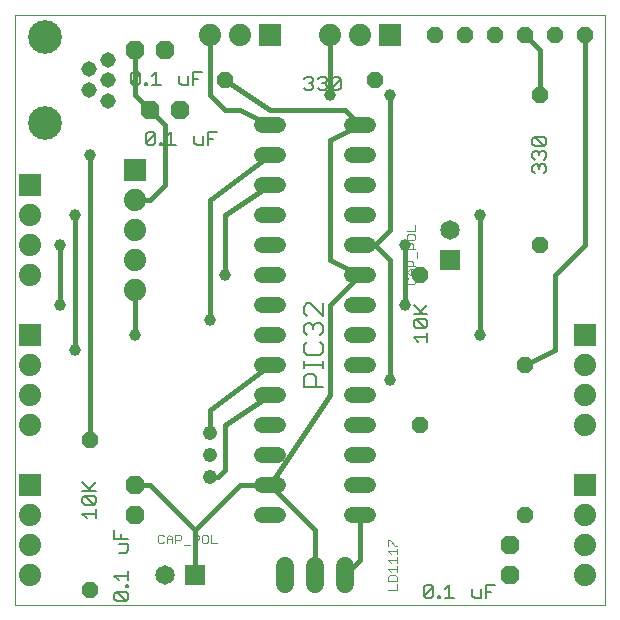
<source format=gtl>
G75*
G70*
%OFA0B0*%
%FSLAX24Y24*%
%IPPOS*%
%LPD*%
%AMOC8*
5,1,8,0,0,1.08239X$1,22.5*
%
%ADD10C,0.0000*%
%ADD11C,0.0520*%
%ADD12C,0.0060*%
%ADD13OC8,0.0520*%
%ADD14C,0.0050*%
%ADD15C,0.0476*%
%ADD16R,0.0650X0.0650*%
%ADD17C,0.0650*%
%ADD18C,0.0030*%
%ADD19OC8,0.0630*%
%ADD20C,0.0600*%
%ADD21C,0.0515*%
%ADD22C,0.1122*%
%ADD23R,0.0740X0.0740*%
%ADD24C,0.0740*%
%ADD25C,0.0160*%
%ADD26C,0.0396*%
D10*
X000615Y000181D02*
X000615Y019866D01*
X020300Y019866D01*
X020300Y000181D01*
X000615Y000181D01*
D11*
X008855Y003181D02*
X009375Y003181D01*
X009375Y004181D02*
X008855Y004181D01*
X008855Y005181D02*
X009375Y005181D01*
X009375Y006181D02*
X008855Y006181D01*
X008855Y007181D02*
X009375Y007181D01*
X009375Y008181D02*
X008855Y008181D01*
X008855Y009181D02*
X009375Y009181D01*
X009375Y010181D02*
X008855Y010181D01*
X008855Y011181D02*
X009375Y011181D01*
X009375Y012181D02*
X008855Y012181D01*
X008855Y013181D02*
X009375Y013181D01*
X009375Y014181D02*
X008855Y014181D01*
X008855Y015181D02*
X009375Y015181D01*
X009375Y016181D02*
X008855Y016181D01*
X011855Y016181D02*
X012375Y016181D01*
X012375Y015181D02*
X011855Y015181D01*
X011855Y014181D02*
X012375Y014181D01*
X012375Y013181D02*
X011855Y013181D01*
X011855Y012181D02*
X012375Y012181D01*
X012375Y011181D02*
X011855Y011181D01*
X011855Y010181D02*
X012375Y010181D01*
X012375Y009181D02*
X011855Y009181D01*
X011855Y008181D02*
X012375Y008181D01*
X012375Y007181D02*
X011855Y007181D01*
X011855Y006181D02*
X012375Y006181D01*
X012375Y005181D02*
X011855Y005181D01*
X011855Y004181D02*
X012375Y004181D01*
X012375Y003181D02*
X011855Y003181D01*
D12*
X010885Y007454D02*
X010244Y007454D01*
X010244Y007774D01*
X010351Y007881D01*
X010565Y007881D01*
X010671Y007774D01*
X010671Y007454D01*
X010885Y008098D02*
X010885Y008312D01*
X010885Y008205D02*
X010244Y008205D01*
X010244Y008098D02*
X010244Y008312D01*
X010351Y008528D02*
X010778Y008528D01*
X010885Y008634D01*
X010885Y008848D01*
X010778Y008955D01*
X010778Y009172D02*
X010885Y009279D01*
X010885Y009493D01*
X010778Y009599D01*
X010671Y009599D01*
X010565Y009493D01*
X010565Y009386D01*
X010565Y009493D02*
X010458Y009599D01*
X010351Y009599D01*
X010244Y009493D01*
X010244Y009279D01*
X010351Y009172D01*
X010351Y008955D02*
X010244Y008848D01*
X010244Y008634D01*
X010351Y008528D01*
X010351Y009817D02*
X010244Y009924D01*
X010244Y010137D01*
X010351Y010244D01*
X010458Y010244D01*
X010885Y009817D01*
X010885Y010244D01*
D13*
X014115Y011181D03*
X017615Y008181D03*
X014115Y006181D03*
X017615Y003181D03*
X018115Y012181D03*
X018115Y017181D03*
X018615Y019181D03*
X019615Y019181D03*
X017615Y019181D03*
X016615Y019181D03*
X015615Y019181D03*
X014615Y019181D03*
X012615Y017681D03*
X007615Y017681D03*
X003115Y005681D03*
X003115Y000681D03*
D14*
X003939Y000549D02*
X003939Y000399D01*
X004014Y000324D01*
X004315Y000324D01*
X004014Y000625D01*
X004315Y000625D01*
X004390Y000549D01*
X004390Y000399D01*
X004315Y000324D01*
X004014Y000625D02*
X003939Y000549D01*
X004315Y000785D02*
X004315Y000860D01*
X004390Y000860D01*
X004390Y000785D01*
X004315Y000785D01*
X004390Y001015D02*
X004390Y001315D01*
X004390Y001165D02*
X003939Y001165D01*
X004090Y001015D01*
X004090Y001936D02*
X004315Y001936D01*
X004390Y002011D01*
X004390Y002236D01*
X004090Y002236D01*
X004165Y002396D02*
X004165Y002546D01*
X004390Y002396D02*
X003939Y002396D01*
X003939Y002696D01*
X003320Y003075D02*
X003320Y003376D01*
X003320Y003225D02*
X002869Y003225D01*
X003020Y003075D01*
X002944Y003536D02*
X002869Y003611D01*
X002869Y003761D01*
X002944Y003836D01*
X003245Y003536D01*
X003320Y003611D01*
X003320Y003761D01*
X003245Y003836D01*
X002944Y003836D01*
X002869Y003996D02*
X003320Y003996D01*
X003170Y003996D02*
X002869Y004296D01*
X003095Y004071D02*
X003320Y004296D01*
X003245Y003536D02*
X002944Y003536D01*
X013909Y009107D02*
X014060Y008956D01*
X013909Y009107D02*
X014360Y009107D01*
X014360Y009257D02*
X014360Y008956D01*
X014285Y009417D02*
X013984Y009417D01*
X013909Y009492D01*
X013909Y009642D01*
X013984Y009717D01*
X014285Y009417D01*
X014360Y009492D01*
X014360Y009642D01*
X014285Y009717D01*
X013984Y009717D01*
X013909Y009877D02*
X014360Y009877D01*
X014210Y009877D02*
X013909Y010177D01*
X014135Y009952D02*
X014360Y010177D01*
X017944Y014575D02*
X017869Y014650D01*
X017869Y014800D01*
X017944Y014876D01*
X018020Y014876D01*
X018095Y014800D01*
X018170Y014876D01*
X018245Y014876D01*
X018320Y014800D01*
X018320Y014650D01*
X018245Y014575D01*
X018095Y014725D02*
X018095Y014800D01*
X018245Y015036D02*
X018320Y015111D01*
X018320Y015261D01*
X018245Y015336D01*
X018170Y015336D01*
X018095Y015261D01*
X018095Y015186D01*
X018095Y015261D02*
X018020Y015336D01*
X017944Y015336D01*
X017869Y015261D01*
X017869Y015111D01*
X017944Y015036D01*
X017944Y015496D02*
X017869Y015571D01*
X017869Y015721D01*
X017944Y015796D01*
X018245Y015496D01*
X018320Y015571D01*
X018320Y015721D01*
X018245Y015796D01*
X017944Y015796D01*
X017944Y015496D02*
X018245Y015496D01*
X011480Y017426D02*
X011405Y017351D01*
X011254Y017351D01*
X011179Y017426D01*
X011480Y017727D01*
X011480Y017426D01*
X011480Y017727D02*
X011405Y017802D01*
X011254Y017802D01*
X011179Y017727D01*
X011179Y017426D01*
X011019Y017426D02*
X010944Y017351D01*
X010794Y017351D01*
X010719Y017426D01*
X010559Y017426D02*
X010484Y017351D01*
X010334Y017351D01*
X010259Y017426D01*
X010409Y017577D02*
X010484Y017577D01*
X010559Y017502D01*
X010559Y017426D01*
X010484Y017577D02*
X010559Y017652D01*
X010559Y017727D01*
X010484Y017802D01*
X010334Y017802D01*
X010259Y017727D01*
X010719Y017727D02*
X010794Y017802D01*
X010944Y017802D01*
X011019Y017727D01*
X011019Y017652D01*
X010944Y017577D01*
X011019Y017502D01*
X011019Y017426D01*
X010944Y017577D02*
X010869Y017577D01*
X007362Y015957D02*
X007061Y015957D01*
X007061Y015506D01*
X006901Y015506D02*
X006901Y015807D01*
X007061Y015732D02*
X007211Y015732D01*
X006901Y015506D02*
X006676Y015506D01*
X006601Y015581D01*
X006601Y015807D01*
X005981Y015506D02*
X005680Y015506D01*
X005830Y015506D02*
X005830Y015957D01*
X005680Y015807D01*
X005525Y015581D02*
X005450Y015581D01*
X005450Y015506D01*
X005525Y015506D01*
X005525Y015581D01*
X005290Y015581D02*
X005215Y015506D01*
X005065Y015506D01*
X004990Y015581D01*
X005290Y015882D01*
X005290Y015581D01*
X004990Y015581D02*
X004990Y015882D01*
X005065Y015957D01*
X005215Y015957D01*
X005290Y015882D01*
X005330Y017506D02*
X005330Y017957D01*
X005180Y017807D01*
X005025Y017581D02*
X005025Y017506D01*
X004950Y017506D01*
X004950Y017581D01*
X005025Y017581D01*
X005180Y017506D02*
X005481Y017506D01*
X006101Y017581D02*
X006176Y017506D01*
X006401Y017506D01*
X006401Y017807D01*
X006561Y017732D02*
X006711Y017732D01*
X006561Y017957D02*
X006862Y017957D01*
X006561Y017957D02*
X006561Y017506D01*
X006101Y017581D02*
X006101Y017807D01*
X004790Y017882D02*
X004790Y017581D01*
X004715Y017506D01*
X004565Y017506D01*
X004490Y017581D01*
X004790Y017882D01*
X004715Y017957D01*
X004565Y017957D01*
X004490Y017882D01*
X004490Y017581D01*
X014333Y000857D02*
X014483Y000857D01*
X014558Y000782D01*
X014258Y000481D01*
X014333Y000406D01*
X014483Y000406D01*
X014558Y000481D01*
X014558Y000782D01*
X014333Y000857D02*
X014258Y000782D01*
X014258Y000481D01*
X014718Y000481D02*
X014793Y000481D01*
X014793Y000406D01*
X014718Y000406D01*
X014718Y000481D01*
X014948Y000406D02*
X015248Y000406D01*
X015098Y000406D02*
X015098Y000857D01*
X014948Y000707D01*
X015869Y000707D02*
X015869Y000481D01*
X015944Y000406D01*
X016169Y000406D01*
X016169Y000707D01*
X016329Y000632D02*
X016479Y000632D01*
X016329Y000857D02*
X016329Y000406D01*
X016329Y000857D02*
X016629Y000857D01*
D15*
X007115Y004443D03*
X007115Y005192D03*
X007115Y005920D03*
D16*
X006615Y001181D03*
X015115Y011681D03*
D17*
X015115Y012681D03*
X005615Y001181D03*
D18*
X006264Y002198D02*
X006457Y002198D01*
X006558Y002246D02*
X006558Y002537D01*
X006704Y002537D01*
X006752Y002488D01*
X006752Y002392D01*
X006704Y002343D01*
X006558Y002343D01*
X006853Y002295D02*
X006853Y002488D01*
X006901Y002537D01*
X006998Y002537D01*
X007046Y002488D01*
X007046Y002295D01*
X006998Y002246D01*
X006901Y002246D01*
X006853Y002295D01*
X007148Y002246D02*
X007341Y002246D01*
X007148Y002246D02*
X007148Y002537D01*
X006163Y002488D02*
X006163Y002392D01*
X006114Y002343D01*
X005969Y002343D01*
X005969Y002246D02*
X005969Y002537D01*
X006114Y002537D01*
X006163Y002488D01*
X005868Y002440D02*
X005868Y002246D01*
X005868Y002392D02*
X005674Y002392D01*
X005674Y002440D02*
X005674Y002246D01*
X005573Y002295D02*
X005525Y002246D01*
X005428Y002246D01*
X005380Y002295D01*
X005380Y002488D01*
X005428Y002537D01*
X005525Y002537D01*
X005573Y002488D01*
X005674Y002440D02*
X005771Y002537D01*
X005868Y002440D01*
X013060Y002363D02*
X013060Y002170D01*
X013060Y002363D02*
X013108Y002363D01*
X013301Y002170D01*
X013350Y002170D01*
X013350Y002068D02*
X013350Y001875D01*
X013350Y001972D02*
X013060Y001972D01*
X013156Y001875D01*
X013350Y001774D02*
X013350Y001580D01*
X013350Y001677D02*
X013060Y001677D01*
X013156Y001580D01*
X013350Y001479D02*
X013350Y001286D01*
X013350Y001382D02*
X013060Y001382D01*
X013156Y001286D01*
X013108Y001185D02*
X013060Y001136D01*
X013060Y000991D01*
X013350Y000991D01*
X013350Y001136D01*
X013301Y001185D01*
X013108Y001185D01*
X013350Y000890D02*
X013350Y000696D01*
X013060Y000696D01*
X013728Y010884D02*
X013680Y010932D01*
X013680Y011029D01*
X013728Y011077D01*
X013776Y011179D02*
X013680Y011275D01*
X013776Y011372D01*
X013970Y011372D01*
X013970Y011473D02*
X013680Y011473D01*
X013680Y011618D01*
X013728Y011667D01*
X013825Y011667D01*
X013873Y011618D01*
X013873Y011473D01*
X013825Y011372D02*
X013825Y011179D01*
X013776Y011179D02*
X013970Y011179D01*
X013921Y011077D02*
X013970Y011029D01*
X013970Y010932D01*
X013921Y010884D01*
X013728Y010884D01*
X014018Y011768D02*
X014018Y011961D01*
X013970Y012062D02*
X013680Y012062D01*
X013680Y012208D01*
X013728Y012256D01*
X013825Y012256D01*
X013873Y012208D01*
X013873Y012062D01*
X013921Y012357D02*
X013728Y012357D01*
X013680Y012405D01*
X013680Y012502D01*
X013728Y012551D01*
X013921Y012551D01*
X013970Y012502D01*
X013970Y012405D01*
X013921Y012357D01*
X013970Y012652D02*
X013970Y012845D01*
X013970Y012652D02*
X013680Y012652D01*
D19*
X006115Y016681D03*
X005115Y016681D03*
X005615Y018681D03*
X004615Y018681D03*
X004615Y004181D03*
X004615Y003181D03*
X017115Y002181D03*
X017115Y001181D03*
D20*
X011615Y000881D02*
X011615Y001481D01*
X010615Y001481D02*
X010615Y000881D01*
X009615Y000881D02*
X009615Y001481D01*
D21*
X003715Y016981D03*
X003715Y017681D03*
X003095Y017351D03*
X003095Y018041D03*
X003715Y018351D03*
D22*
X001615Y019118D03*
X001615Y016244D03*
D23*
X001115Y014181D03*
X004615Y014681D03*
X009115Y019181D03*
X013115Y019181D03*
X019615Y009181D03*
X019615Y004181D03*
X001115Y004181D03*
X001115Y009181D03*
D24*
X001115Y008181D03*
X001115Y007181D03*
X001115Y006181D03*
X001115Y003181D03*
X001115Y002181D03*
X001115Y001181D03*
X004615Y010681D03*
X004615Y011681D03*
X004615Y012681D03*
X004615Y013681D03*
X001115Y013181D03*
X001115Y012181D03*
X001115Y011181D03*
X007115Y019181D03*
X008115Y019181D03*
X011115Y019181D03*
X012115Y019181D03*
X019615Y008181D03*
X019615Y007181D03*
X019615Y006181D03*
X019615Y003181D03*
X019615Y002181D03*
X019615Y001181D03*
D25*
X013115Y007681D02*
X013115Y011681D01*
X012615Y012181D01*
X012115Y012181D01*
X012615Y012181D02*
X013115Y012681D01*
X013115Y017181D01*
X012115Y016181D02*
X011615Y016681D01*
X009115Y016681D01*
X007615Y017681D01*
X007115Y017181D02*
X007115Y019181D01*
X007115Y017181D02*
X007615Y016681D01*
X008115Y016681D01*
X009115Y016181D01*
X009115Y015181D02*
X007115Y013681D01*
X007115Y009681D01*
X007615Y011181D02*
X007615Y013181D01*
X009115Y014181D01*
X011115Y015681D02*
X011115Y011681D01*
X012115Y011181D01*
X011115Y010181D01*
X011115Y007181D01*
X009115Y004181D01*
X010615Y002681D01*
X010615Y001181D01*
X011615Y001181D02*
X012115Y001681D01*
X012115Y002681D01*
X012115Y003181D01*
X009115Y004181D02*
X008115Y004181D01*
X006615Y002681D01*
X005115Y004181D01*
X004615Y004181D01*
X003115Y005681D02*
X003115Y015181D01*
X004615Y013681D02*
X005115Y013681D01*
X005615Y014181D01*
X005615Y016181D01*
X005115Y016681D01*
X004615Y017181D01*
X004615Y018681D01*
X002615Y013181D02*
X002615Y008681D01*
X002115Y010181D02*
X002115Y012181D01*
X004615Y010681D02*
X004615Y009181D01*
X007115Y006681D02*
X009115Y008181D01*
X009115Y007181D02*
X007615Y006181D01*
X007615Y004681D01*
X007377Y004443D01*
X007115Y004443D01*
X007115Y005920D02*
X007115Y006681D01*
X006615Y002681D02*
X006615Y001181D01*
X013615Y010181D02*
X013615Y012181D01*
X016115Y013181D02*
X016115Y009181D01*
X017615Y008181D02*
X018615Y008681D01*
X018615Y011181D01*
X019615Y012181D01*
X019615Y019181D01*
X018115Y018681D02*
X018115Y017181D01*
X018115Y018681D02*
X017615Y019181D01*
X012115Y016181D02*
X011115Y015681D01*
X011115Y017181D02*
X011115Y019181D01*
D26*
X011115Y017181D03*
X013115Y017181D03*
X016115Y013181D03*
X013615Y012181D03*
X013615Y010181D03*
X013115Y007681D03*
X016115Y009181D03*
X007615Y011181D03*
X007115Y009681D03*
X004615Y009181D03*
X002615Y008681D03*
X002115Y010181D03*
X002115Y012181D03*
X002615Y013181D03*
X003115Y015181D03*
M02*

</source>
